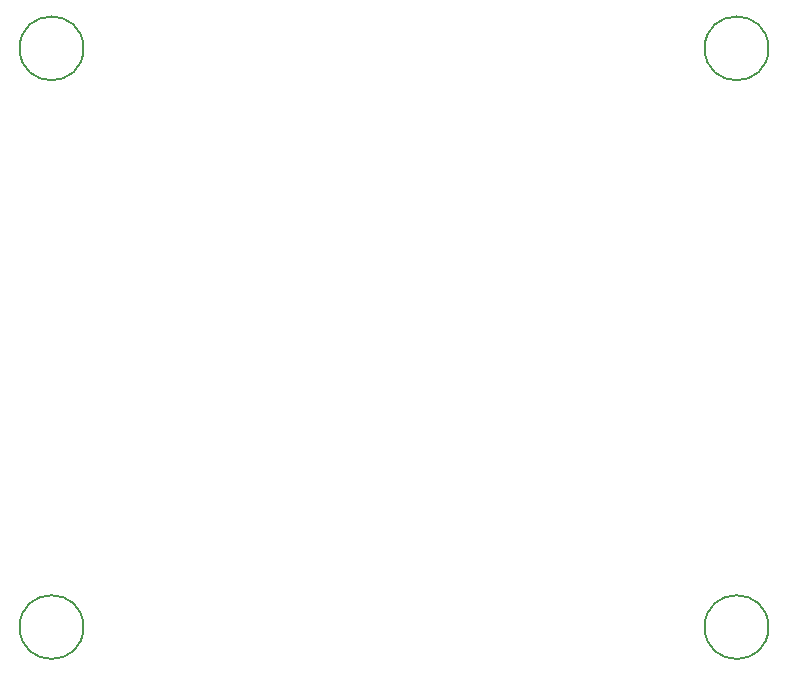
<source format=gbr>
%TF.GenerationSoftware,KiCad,Pcbnew,8.0.8*%
%TF.CreationDate,2025-02-20T10:17:43+01:00*%
%TF.ProjectId,pi_hat,70695f68-6174-42e6-9b69-6361645f7063,rev?*%
%TF.SameCoordinates,Original*%
%TF.FileFunction,Other,Comment*%
%FSLAX46Y46*%
G04 Gerber Fmt 4.6, Leading zero omitted, Abs format (unit mm)*
G04 Created by KiCad (PCBNEW 8.0.8) date 2025-02-20 10:17:43*
%MOMM*%
%LPD*%
G01*
G04 APERTURE LIST*
%ADD10C,0.150000*%
G04 APERTURE END LIST*
D10*
%TO.C,MH2*%
X64200000Y52500000D02*
G75*
G02*
X58800000Y52500000I-2700000J0D01*
G01*
X58800000Y52500000D02*
G75*
G02*
X64200000Y52500000I2700000J0D01*
G01*
%TO.C,MH3*%
X6200000Y3500000D02*
G75*
G02*
X800000Y3500000I-2700000J0D01*
G01*
X800000Y3500000D02*
G75*
G02*
X6200000Y3500000I2700000J0D01*
G01*
%TO.C,MH1*%
X6200000Y52500000D02*
G75*
G02*
X800000Y52500000I-2700000J0D01*
G01*
X800000Y52500000D02*
G75*
G02*
X6200000Y52500000I2700000J0D01*
G01*
%TO.C,MH4*%
X64200000Y3500000D02*
G75*
G02*
X58800000Y3500000I-2700000J0D01*
G01*
X58800000Y3500000D02*
G75*
G02*
X64200000Y3500000I2700000J0D01*
G01*
%TD*%
M02*

</source>
